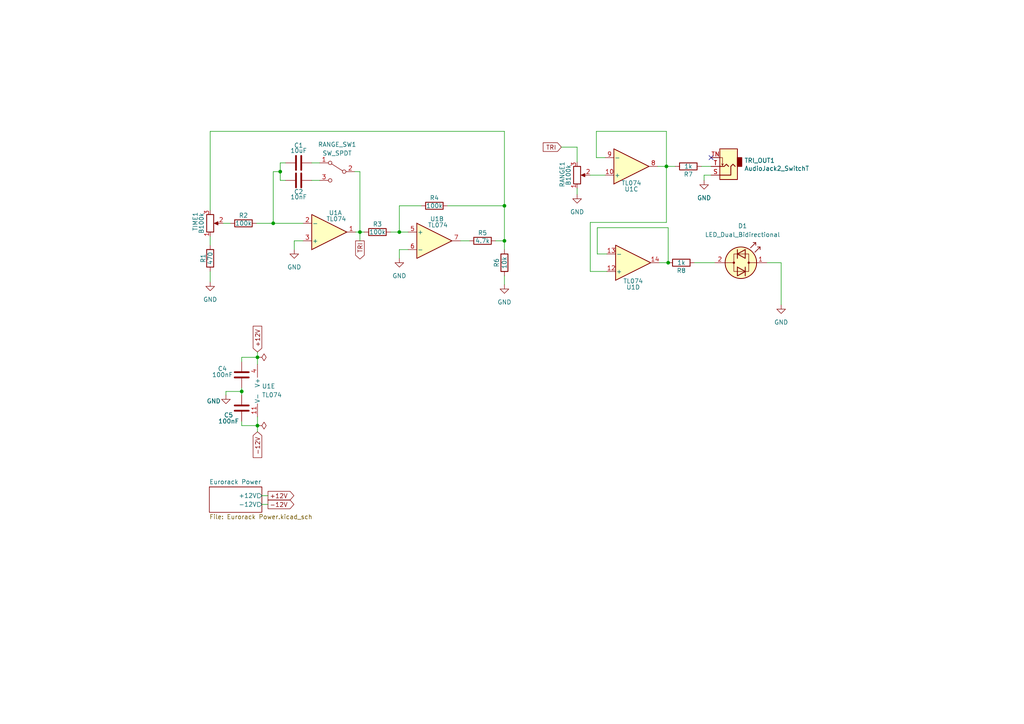
<source format=kicad_sch>
(kicad_sch (version 20211123) (generator eeschema)
  (paper "A4")
  (title_block (title "MiniLFO") (rev "v1.1"))
  (lib_symbols
    (symbol "Amplifier_Operational:TL074" (pin_names (offset 0.127))
      (property "Reference" "U" (at 0 5.08 0))
      (property "Value" "TL074" (at 0 -5.08 0))
      (symbol "TL074_1_1"
        (polyline (pts (xy -5.08 5.08) (xy 5.08 0) (xy -5.08 -5.08) (xy -5.08 5.08)) (stroke (width 0.254)) (fill (type background)))
        (pin output line (at 7.62 0 180) (length 2.54) (name "~") (number "1"))
        (pin input line (at -7.62 -2.54 0) (length 2.54) (name "-") (number "2"))
        (pin input line (at -7.62 2.54 0) (length 2.54) (name "+") (number "3"))
      )
      (symbol "TL074_2_1"
        (polyline (pts (xy -5.08 5.08) (xy 5.08 0) (xy -5.08 -5.08) (xy -5.08 5.08)) (stroke (width 0.254)) (fill (type background)))
        (pin input line (at -7.62 2.54 0) (length 2.54) (name "+") (number "5"))
        (pin input line (at -7.62 -2.54 0) (length 2.54) (name "-") (number "6"))
        (pin output line (at 7.62 0 180) (length 2.54) (name "~") (number "7"))
      )
      (symbol "TL074_3_1"
        (polyline (pts (xy -5.08 5.08) (xy 5.08 0) (xy -5.08 -5.08) (xy -5.08 5.08)) (stroke (width 0.254)) (fill (type background)))
        (pin input line (at -7.62 2.54 0) (length 2.54) (name "+") (number "10"))
        (pin output line (at 7.62 0 180) (length 2.54) (name "~") (number "8"))
        (pin input line (at -7.62 -2.54 0) (length 2.54) (name "-") (number "9"))
      )
      (symbol "TL074_4_1"
        (polyline (pts (xy -5.08 5.08) (xy 5.08 0) (xy -5.08 -5.08) (xy -5.08 5.08)) (stroke (width 0.254)) (fill (type background)))
        (pin input line (at -7.62 2.54 0) (length 2.54) (name "+") (number "12"))
        (pin input line (at -7.62 -2.54 0) (length 2.54) (name "-") (number "13"))
        (pin output line (at 7.62 0 180) (length 2.54) (name "~") (number "14"))
      )
      (symbol "TL074_5_1"
        (pin power_in line (at -2.54 -7.62 90) (length 3.81) (name "V-") (number "11"))
        (pin power_in line (at -2.54 7.62 270) (length 3.81) (name "V+") (number "4"))
      )
    )
    (symbol "Connector:AudioJack2_SwitchT"
      (property "Reference" "J" (at 0 8.89 0))
      (property "Value" "AudioJack2_SwitchT" (at 0 6.35 0))
      (symbol "AudioJack2_SwitchT_0_1"
        (rectangle (start -2.54 0) (end -3.81 -2.54) (stroke (width 0.254)) (fill (type outline)))
        (polyline (pts (xy 1.778 -0.254) (xy 2.032 -0.762)))
        (polyline (pts (xy 0 0) (xy 0.635 -0.635) (xy 1.27 0) (xy 2.54 0)) (stroke (width 0.254)))
        (polyline (pts (xy 2.54 -2.54) (xy 1.778 -2.54) (xy 1.778 -0.254) (xy 1.524 -0.762)))
        (polyline (pts (xy 2.54 2.54) (xy -0.635 2.54) (xy -0.635 0) (xy -1.27 -0.635) (xy -1.905 0)) (stroke (width 0.254)))
        (rectangle (start 2.54 3.81) (end -2.54 -5.08) (stroke (width 0.254)) (fill (type background)))
      )
      (symbol "AudioJack2_SwitchT_1_1"
        (pin passive line (at 5.08 2.54 180) (length 2.54) (name "~") (number "S"))
        (pin passive line (at 5.08 0 180) (length 2.54) (name "~") (number "T"))
        (pin passive line (at 5.08 -2.54 180) (length 2.54) (name "~") (number "TN"))
      )
    )
    (symbol "Device:C" (pin_numbers hide) (pin_names (offset 0.254))
      (property "Reference" "C" (at 0.635 2.54 0))
      (property "Value" "C" (at 0.635 -2.54 0))
      (symbol "C_0_1"
        (polyline (pts (xy -2.032 -0.762) (xy 2.032 -0.762)) (stroke (width 0.508)))
        (polyline (pts (xy -2.032 0.762) (xy 2.032 0.762)) (stroke (width 0.508)))
      )
      (symbol "C_1_1"
        (pin passive line (at 0 3.81 270) (length 2.794) (name "~") (number "1"))
        (pin passive line (at 0 -3.81 90) (length 2.794) (name "~") (number "2"))
      )
    )
    (symbol "Device:LED_Dual_Bidirectional" (pin_names (offset 0) hide)
      (property "Reference" "D" (at 0 5.715 0))
      (property "Value" "LED_Dual_Bidirectional" (at 0 -6.35 0))
      (symbol "LED_Dual_Bidirectional_0_1"
        (circle (center -2.032 0) (radius 0.254) (fill (type outline)))
        (polyline (pts (xy -4.572 0) (xy -2.54 0)))
        (polyline (pts (xy -2.032 0) (xy -2.54 0)))
        (polyline (pts (xy -1.016 3.81) (xy -1.016 1.27)) (stroke (width 0.254)))
        (polyline (pts (xy 1.27 -1.27) (xy 1.27 -3.81)) (stroke (width 0.254)))
        (polyline (pts (xy 4.064 0) (xy 2.286 0)) (fill (type outline)))
        (polyline (pts (xy 4.318 5.842) (xy 4.318 5.08)) (stroke (width 0.2032)))
        (polyline (pts (xy 5.588 4.572) (xy 5.588 3.81)) (stroke (width 0.2032)))
        (polyline (pts (xy 2.794 4.318) (xy 4.318 5.842) (xy 3.556 5.842)) (stroke (width 0.2032)))
        (polyline (pts (xy 4.064 3.048) (xy 5.588 4.572) (xy 4.826 4.572)) (stroke (width 0.2032)))
        (polyline (pts (xy -1.016 -1.27) (xy -1.016 -3.81) (xy 1.27 -2.54) (xy -1.016 -1.27)) (stroke (width 0.254)))
        (polyline (pts (xy 1.27 3.81) (xy 1.27 1.27) (xy -1.016 2.54) (xy 1.27 3.81)) (stroke (width 0.254)))
        (polyline (pts (xy 2.286 2.54) (xy -2.032 2.54) (xy -2.032 -2.54) (xy 2.286 -2.54) (xy 2.286 2.54)))
        (circle (center 0 0) (radius 4.572) (stroke (width 0.254)) (fill (type background)))
        (circle (center 2.286 0) (radius 0.254) (fill (type outline)))
      )
      (symbol "LED_Dual_Bidirectional_1_1"
        (pin input line (at 7.62 0 180) (length 3.81) (name "KA") (number "1"))
        (pin input line (at -7.62 0 0) (length 3.048) (name "AK") (number "2"))
      )
    )
    (symbol "Device:R" (pin_numbers hide) (pin_names (offset 0))
      (property "Reference" "R" (at 2.032 0 90))
      (property "Value" "R" (at 0 0 90))
      (symbol "R_0_1"
        (rectangle (start -1.016 -2.54) (end 1.016 2.54) (stroke (width 0.254)))
      )
      (symbol "R_1_1"
        (pin passive line (at 0 3.81 270) (length 1.27) (name "~") (number "1"))
        (pin passive line (at 0 -3.81 90) (length 1.27) (name "~") (number "2"))
      )
    )
    (symbol "Device:R_Potentiometer" (pin_names (offset 1.016) hide)
      (property "Reference" "RV" (at -4.445 0 90))
      (property "Value" "R_Potentiometer" (at -2.54 0 90))
      (symbol "R_Potentiometer_0_1"
        (polyline (pts (xy 2.54 0) (xy 1.524 0)))
        (polyline (pts (xy 1.143 0) (xy 2.286 0.508) (xy 2.286 -0.508) (xy 1.143 0)) (fill (type outline)))
        (rectangle (start 1.016 2.54) (end -1.016 -2.54) (stroke (width 0.254)))
      )
      (symbol "R_Potentiometer_1_1"
        (pin passive line (at 0 3.81 270) (length 1.27) (name "1") (number "1"))
        (pin passive line (at 3.81 0 180) (length 1.27) (name "2") (number "2"))
        (pin passive line (at 0 -3.81 90) (length 1.27) (name "3") (number "3"))
      )
    )
    (symbol "Switch:SW_SPDT" (pin_names (offset 0) hide)
      (property "Reference" "SW" (at 0 4.318 0))
      (property "Value" "SW_SPDT" (at 0 -5.08 0))
      (symbol "SW_SPDT_0_0"
        (circle (center -2.032 0) (radius 0.508))
        (circle (center 2.032 -2.54) (radius 0.508))
      )
      (symbol "SW_SPDT_0_1"
        (polyline (pts (xy -1.524 0.254) (xy 1.651 2.286)))
        (circle (center 2.032 2.54) (radius 0.508))
      )
      (symbol "SW_SPDT_1_1"
        (pin passive line (at 5.08 2.54 180) (length 2.54) (name "A") (number "1"))
        (pin passive line (at -5.08 0 0) (length 2.54) (name "B") (number "2"))
        (pin passive line (at 5.08 -2.54 180) (length 2.54) (name "C") (number "3"))
      )
    )
    (symbol "power:GND" (power) (pin_names (offset 0))
      (property "Value" "GND" (at 0 -3.81 0))
      (symbol "GND_0_1"
        (polyline (pts (xy 0 0) (xy 0 -1.27) (xy 1.27 -1.27) (xy 0 -2.54) (xy -1.27 -1.27) (xy 0 -1.27)))
      )
      (symbol "GND_1_1"
        (pin power_in line (at 0 0 270) (length 0) hide (name "GND") (number "1"))
      )
    )
    (symbol "power:PWR_FLAG" (power) (pin_numbers hide) (pin_names (offset 0) hide)
      (property "Value" "PWR_FLAG" (at 0 3.81 0))
      (symbol "PWR_FLAG_0_0"
        (pin power_out line (at 0 0 90) (length 0) (name "pwr") (number "1"))
      )
      (symbol "PWR_FLAG_0_1"
        (polyline (pts (xy 0 0) (xy 0 1.27) (xy -1.016 1.905) (xy 0 2.54) (xy 1.016 1.905) (xy 0 1.27)))
      )
    )
  )
  (junction (at 79.248 64.77))
  (junction (at 104.394 67.31))
  (junction (at 74.676 103.632))
  (junction (at 146.304 59.69))
  (junction (at 81.28 49.784))
  (junction (at 146.304 69.85))
  (junction (at 193.294 48.26))
  (junction (at 115.824 67.31))
  (junction (at 193.802 76.2))
  (junction (at 70.104 113.538))
  (junction (at 74.676 123.444))
  (no_connect (at 206.248 45.72))
  (wire (pts (xy 146.304 59.69) (xy 146.304 38.1)))
  (wire (pts (xy 115.824 72.39) (xy 118.364 72.39)))
  (wire (pts (xy 75.946 146.304) (xy 77.724 146.304)))
  (wire (pts (xy 146.304 59.69) (xy 146.304 69.85)))
  (wire (pts (xy 113.284 67.31) (xy 115.824 67.31)))
  (wire (pts (xy 190.754 48.26) (xy 193.294 48.26)))
  (wire (pts (xy 171.196 78.74) (xy 176.022 78.74)))
  (wire (pts (xy 65.532 113.538) (xy 65.532 114.554)))
  (wire (pts (xy 146.304 69.85) (xy 146.304 72.39)))
  (wire (pts (xy 193.802 66.04) (xy 173.228 66.04)))
  (wire (pts (xy 222.504 76.2) (xy 226.568 76.2)))
  (wire (pts (xy 74.676 103.632) (xy 74.676 105.664)))
  (wire (pts (xy 167.386 54.61) (xy 167.386 56.388)))
  (wire (pts (xy 81.28 47.244) (xy 81.28 49.784)))
  (wire (pts (xy 74.422 64.77) (xy 79.248 64.77)))
  (wire (pts (xy 85.344 69.85) (xy 85.344 72.39)))
  (wire (pts (xy 60.96 78.74) (xy 60.96 81.788)))
  (wire (pts (xy 102.87 49.784) (xy 104.394 49.784)))
  (wire (pts (xy 206.248 50.8) (xy 204.216 50.8)))
  (wire (pts (xy 70.104 112.522) (xy 70.104 113.538)))
  (wire (pts (xy 79.248 64.77) (xy 87.884 64.77)))
  (wire (pts (xy 167.386 42.672) (xy 167.386 46.99)))
  (wire (pts (xy 133.604 69.85) (xy 136.144 69.85)))
  (wire (pts (xy 193.294 48.26) (xy 195.834 48.26)))
  (wire (pts (xy 122.174 59.69) (xy 115.824 59.69)))
  (wire (pts (xy 129.794 59.69) (xy 146.304 59.69)))
  (wire (pts (xy 70.104 113.538) (xy 70.104 114.554)))
  (wire (pts (xy 103.124 67.31) (xy 104.394 67.31)))
  (wire (pts (xy 75.946 143.764) (xy 77.724 143.764)))
  (wire (pts (xy 204.216 50.8) (xy 204.216 52.324)))
  (wire (pts (xy 191.262 76.2) (xy 193.802 76.2)))
  (wire (pts (xy 193.294 38.1) (xy 172.974 38.1)))
  (wire (pts (xy 162.814 42.672) (xy 167.386 42.672)))
  (wire (pts (xy 70.104 113.538) (xy 65.532 113.538)))
  (wire (pts (xy 81.28 52.324) (xy 82.804 52.324)))
  (wire (pts (xy 87.884 69.85) (xy 85.344 69.85)))
  (wire (pts (xy 172.974 38.1) (xy 172.974 45.72)))
  (wire (pts (xy 193.802 76.2) (xy 193.802 66.04)))
  (wire (pts (xy 74.676 120.904) (xy 74.676 123.444)))
  (wire (pts (xy 203.454 48.26) (xy 206.248 48.26)))
  (wire (pts (xy 79.248 49.784) (xy 81.28 49.784)))
  (wire (pts (xy 60.96 38.1) (xy 60.96 60.96)))
  (wire (pts (xy 115.824 74.93) (xy 115.824 72.39)))
  (wire (pts (xy 193.294 64.516) (xy 171.196 64.516)))
  (wire (pts (xy 81.28 47.244) (xy 82.804 47.244)))
  (wire (pts (xy 146.304 38.1) (xy 60.96 38.1)))
  (wire (pts (xy 201.422 76.2) (xy 207.264 76.2)))
  (wire (pts (xy 81.28 49.784) (xy 81.28 52.324)))
  (wire (pts (xy 74.676 102.108) (xy 74.676 103.632)))
  (wire (pts (xy 226.568 76.2) (xy 226.568 88.392)))
  (wire (pts (xy 115.824 67.31) (xy 118.364 67.31)))
  (wire (pts (xy 74.676 123.444) (xy 74.676 125.222)))
  (wire (pts (xy 90.424 47.244) (xy 92.71 47.244)))
  (wire (pts (xy 146.304 80.01) (xy 146.304 82.55)))
  (wire (pts (xy 70.104 103.632) (xy 74.676 103.632)))
  (wire (pts (xy 70.104 122.174) (xy 70.104 123.444)))
  (wire (pts (xy 173.228 66.04) (xy 173.228 73.66)))
  (wire (pts (xy 115.824 59.69) (xy 115.824 67.31)))
  (wire (pts (xy 146.304 69.85) (xy 143.764 69.85)))
  (wire (pts (xy 104.394 67.31) (xy 105.664 67.31)))
  (wire (pts (xy 70.104 123.444) (xy 74.676 123.444)))
  (wire (pts (xy 60.96 68.58) (xy 60.96 71.12)))
  (wire (pts (xy 173.228 73.66) (xy 176.022 73.66)))
  (wire (pts (xy 64.77 64.77) (xy 66.802 64.77)))
  (wire (pts (xy 172.974 45.72) (xy 175.514 45.72)))
  (wire (pts (xy 104.394 67.31) (xy 104.394 69.85)))
  (wire (pts (xy 79.248 49.784) (xy 79.248 64.77)))
  (wire (pts (xy 70.104 104.902) (xy 70.104 103.632)))
  (wire (pts (xy 104.394 49.784) (xy 104.394 67.31)))
  (wire (pts (xy 90.424 52.324) (xy 92.71 52.324)))
  (wire (pts (xy 171.196 64.516) (xy 171.196 78.74)))
  (wire (pts (xy 193.294 48.26) (xy 193.294 38.1)))
  (wire (pts (xy 193.294 48.26) (xy 193.294 64.516)))
  (wire (pts (xy 171.196 50.8) (xy 175.514 50.8)))
  (global_label "+12V" (shape output) (at 77.724 143.764 0) (property "Intersheet References" "${INTERSHEET_REFS}" (effects hide)))
  (global_label "TRI" (shape output) (at 104.394 69.85 270) (property "Intersheet References" "${INTERSHEET_REFS}" (effects hide)))
  (global_label "+12V" (shape input) (at 74.676 102.108 90) (property "Intersheet References" "${INTERSHEET_REFS}" (effects hide)))
  (global_label "-12V" (shape input) (at 74.676 125.222 270) (property "Intersheet References" "${INTERSHEET_REFS}" (effects hide)))
  (global_label "TRI" (shape input) (at 162.814 42.672 180) (property "Intersheet References" "${INTERSHEET_REFS}" (effects hide)))
  (global_label "-12V" (shape output) (at 77.724 146.304 0) (property "Intersheet References" "${INTERSHEET_REFS}" (effects hide)))
  (symbol (lib_id "power:GND") (at 146.304 82.55 0) (unit 1)
    (property "Reference" "#PWR04" (effects hide))
    (property "Value" "GND" (at 146.304 87.63 0))
  )
  (symbol (lib_id "power:PWR_FLAG") (at 74.676 123.444 270) (unit 1)
    (property "Reference" "#FLG0102" (effects hide))
    (property "Value" "PWR_FLAG" (effects hide))
  )
  (symbol (lib_id "Device:R") (at 109.474 67.31 90) (unit 1)
    (property "Reference" "R3" (at 109.474 65.024 90))
    (property "Value" "100k" (at 109.474 67.31 90))
    (property "Footprint" "Resistor_SMD:R_0603_1608Metric_Pad0.98x0.95mm_HandSolder" (effects hide))
  )
  (symbol (lib_id "Amplifier_Operational:TL074") (at 183.642 76.2 0) (mirror x) (unit 4)
    (property "Reference" "U1" (at 183.642 83.312 0))
    (property "Value" "TL074" (at 183.642 81.534 0))
    (property "Footprint" "Package_SO:SOIC-14_3.9x8.7mm_P1.27mm" (effects hide))
    (property "Datasheet" "http://www.ti.com/lit/ds/symlink/tl071.pdf" (effects hide))
  )
  (symbol (lib_id "power:GND") (at 204.216 52.324 0) (unit 1)
    (property "Reference" "#PWR05" (effects hide))
    (property "Value" "GND" (at 204.216 57.404 0))
  )
  (symbol (lib_id "Device:R") (at 146.304 76.2 180) (unit 1)
    (property "Reference" "R6" (at 144.018 76.2 90))
    (property "Value" "10k" (at 146.304 76.2 90))
    (property "Footprint" "Resistor_SMD:R_0603_1608Metric_Pad0.98x0.95mm_HandSolder" (effects hide))
  )
  (symbol (lib_id "power:GND") (at 115.824 74.93 0) (unit 1)
    (property "Reference" "#PWR03" (effects hide))
    (property "Value" "GND" (at 115.824 80.01 0))
  )
  (symbol (lib_id "Device:R") (at 139.954 69.85 90) (unit 1)
    (property "Reference" "R5" (at 139.954 67.564 90))
    (property "Value" "4.7k" (at 139.954 69.85 90))
    (property "Footprint" "Resistor_SMD:R_0603_1608Metric_Pad0.98x0.95mm_HandSolder" (effects hide))
  )
  (symbol (lib_id "power:GND") (at 85.344 72.39 0) (unit 1)
    (property "Reference" "#PWR02" (effects hide))
    (property "Value" "GND" (at 85.344 77.47 0))
  )
  (symbol (lib_id "Device:R_Potentiometer") (at 167.386 50.8 0) (mirror x) (unit 1)
    (property "Reference" "RANGE1" (at 163.068 54.356 90) (effects (justify right)))
    (property "Value" "B100k" (at 164.846 53.848 90) (effects (justify right)))
    (property "Footprint" "benjiaomodular:Potentiometer_RV09" (effects hide))
  )
  (symbol (lib_id "Device:R") (at 125.984 59.69 90) (unit 1)
    (property "Reference" "R4" (at 125.984 57.404 90))
    (property "Value" "100k" (at 125.984 59.69 90))
    (property "Footprint" "Resistor_SMD:R_0603_1608Metric_Pad0.98x0.95mm_HandSolder" (effects hide))
  )
  (symbol (lib_id "Switch:SW_SPDT") (at 97.79 49.784 0) (mirror y) (unit 1)
    (property "Reference" "RANGE_SW1" (at 97.79 41.91 0))
    (property "Value" "SW_SPDT" (at 97.79 44.45 0))
    (property "Footprint" "benjiaomodular:ToggleSwitch_MTS-102_SPDT" (effects hide))
  )
  (symbol (lib_id "Amplifier_Operational:TL074") (at 125.984 69.85 0) (unit 2)
    (property "Reference" "U1" (at 126.746 63.5 0))
    (property "Value" "TL074" (at 127 65.278 0))
    (property "Footprint" "Package_SO:SOIC-14_3.9x8.7mm_P1.27mm" (effects hide))
    (property "Datasheet" "http://www.ti.com/lit/ds/symlink/tl071.pdf" (effects hide))
  )
  (symbol (lib_id "Device:C") (at 70.104 108.712 180) (unit 1)
    (property "Reference" "C4" (at 64.516 106.934 0))
    (property "Value" "100nF" (at 64.516 108.712 0))
    (property "Footprint" "Capacitor_SMD:C_0603_1608Metric_Pad1.08x0.95mm_HandSolder" (effects hide))
  )
  (symbol (lib_id "power:GND") (at 60.96 81.788 0) (unit 1)
    (property "Reference" "#PWR01" (effects hide))
    (property "Value" "GND" (at 60.96 86.868 0))
  )
  (symbol (lib_id "Device:R_Potentiometer") (at 60.96 64.77 0) (mirror x) (unit 1)
    (property "Reference" "TIME1" (at 56.642 67.056 90) (effects (justify right)))
    (property "Value" "B100k" (at 58.42 67.818 90) (effects (justify right)))
    (property "Footprint" "benjiaomodular:Potentiometer_RV09" (effects hide))
  )
  (symbol (lib_id "Device:R") (at 60.96 74.93 0) (unit 1)
    (property "Reference" "R1" (at 58.928 74.93 90))
    (property "Value" "470" (at 60.96 74.93 90))
    (property "Footprint" "Resistor_SMD:R_0603_1608Metric_Pad0.98x0.95mm_HandSolder" (effects hide))
  )
  (symbol (lib_id "Device:C") (at 86.614 47.244 90) (unit 1)
    (property "Reference" "C1" (at 86.614 42.164 90))
    (property "Value" "10uF" (at 86.614 43.688 90))
    (property "Footprint" "benjiaomodular:Capacitor_Radial_D5.0mm_P2.5mm" (effects hide))
  )
  (symbol (lib_id "Device:R") (at 70.612 64.77 90) (unit 1)
    (property "Reference" "R2" (at 70.612 62.484 90))
    (property "Value" "100k" (at 70.612 64.77 90))
    (property "Footprint" "Resistor_SMD:R_0603_1608Metric_Pad0.98x0.95mm_HandSolder" (effects hide))
  )
  (symbol (lib_id "power:GND") (at 226.568 88.392 0) (unit 1)
    (property "Reference" "#PWR0105" (effects hide))
    (property "Value" "GND" (at 226.568 93.472 0))
  )
  (symbol (lib_id "Amplifier_Operational:TL074") (at 183.134 48.26 0) (mirror x) (unit 3)
    (property "Reference" "U1" (at 183.134 54.864 0))
    (property "Value" "TL074" (at 183.134 53.086 0))
    (property "Footprint" "Package_SO:SOIC-14_3.9x8.7mm_P1.27mm" (effects hide))
    (property "Datasheet" "http://www.ti.com/lit/ds/symlink/tl071.pdf" (effects hide))
  )
  (symbol (lib_id "Amplifier_Operational:TL074") (at 77.216 113.284 0) (unit 5)
    (property "Reference" "U1" (at 75.946 112.0139 0) (effects (justify left)))
    (property "Value" "TL074" (at 75.946 114.5539 0) (effects (justify left)))
    (property "Footprint" "Package_SO:SOIC-14_3.9x8.7mm_P1.27mm" (effects hide))
    (property "Datasheet" "http://www.ti.com/lit/ds/symlink/tl071.pdf" (effects hide))
  )
  (symbol (lib_id "power:GND") (at 167.386 56.388 0) (unit 1)
    (property "Reference" "#PWR0101" (effects hide))
    (property "Value" "GND" (at 167.386 61.468 0))
  )
  (symbol (lib_id "Device:R") (at 199.644 48.26 270) (unit 1)
    (property "Reference" "R7" (at 199.644 50.546 90))
    (property "Value" "1k" (at 199.644 48.26 90))
    (property "Footprint" "Resistor_SMD:R_0603_1608Metric_Pad0.98x0.95mm_HandSolder" (effects hide))
  )
  (symbol (lib_id "Device:R") (at 197.612 76.2 270) (unit 1)
    (property "Reference" "R8" (at 197.612 78.486 90))
    (property "Value" "1k" (at 197.612 76.2 90))
    (property "Footprint" "Resistor_SMD:R_0603_1608Metric_Pad0.98x0.95mm_HandSolder" (effects hide))
  )
  (symbol (lib_id "Amplifier_Operational:TL074") (at 95.504 67.31 0) (mirror x) (unit 1)
    (property "Reference" "U1" (at 97.282 61.722 0))
    (property "Value" "TL074" (at 97.536 63.5 0))
    (property "Footprint" "Package_SO:SOIC-14_3.9x8.7mm_P1.27mm" (effects hide))
    (property "Datasheet" "http://www.ti.com/lit/ds/symlink/tl071.pdf" (effects hide))
  )
  (symbol (lib_id "Device:LED_Dual_Bidirectional") (at 214.884 76.2 0) (unit 1)
    (property "Reference" "D1" (at 215.3793 65.532 0))
    (property "Value" "LED_Dual_Bidirectional" (at 215.3793 68.072 0))
    (property "Footprint" "LED_THT:LED_D3.0mm" (effects hide))
  )
  (symbol (lib_id "Connector:AudioJack2_SwitchT") (at 211.328 48.26 180) (unit 1)
    (property "Reference" "TRI_OUT1" (at 215.8746 46.5582 0) (effects (justify right)))
    (property "Value" "AudioJack2_SwitchT" (at 215.8746 48.8696 0) (effects (justify right)))
    (property "Footprint" "benjiaomodular:AudioJack_3.5mm" (effects hide))
    (property "Type" "Thru-hole" (effects hide))
    (property "Manufacturers Name" "Tayda Electronics" (effects hide))
    (property "Manufacturers Part Number" "PJ-3001F" (effects hide))
    (property "Mfg #" "PJ-3001F" (effects hide))
    (property "Part Description" "PJ-3001F 3.5mm Mono Phone Jack" (effects hide))
  )
  (symbol (lib_id "power:GND") (at 65.532 114.554 0) (unit 1)
    (property "Reference" "#PWR07" (effects hide))
    (property "Value" "GND" (at 61.976 116.332 0))
  )
  (symbol (lib_id "Device:C") (at 70.104 118.364 180) (unit 1)
    (property "Reference" "C5" (at 66.294 120.396 0))
    (property "Value" "100nF" (at 66.294 122.174 0))
    (property "Footprint" "Capacitor_SMD:C_0603_1608Metric_Pad1.08x0.95mm_HandSolder" (effects hide))
  )
  (symbol (lib_id "power:PWR_FLAG") (at 74.676 103.632 270) (unit 1)
    (property "Reference" "#FLG0101" (effects hide))
    (property "Value" "PWR_FLAG" (effects hide))
  )
  (symbol (lib_id "Device:C") (at 86.614 52.324 90) (unit 1)
    (property "Reference" "C2" (at 86.614 55.626 90))
    (property "Value" "10nF" (at 86.614 57.15 90))
    (property "Footprint" "benjiaomodular:Capacitor_Rect_L7.2mm_W2.5mm_P5.00mm" (effects hide))
  )
  (sheet (at 60.706 141.224) (size 15.24 7.366) (stroke (width 0.1524))
    (property "Sheet name" "Eurorack Power" (at 60.706 140.5124 0) (effects (justify left bottom)))
    (property "Sheet file" "Eurorack Power.kicad_sch" (at 60.706 149.1746 0) (effects (justify left top)))
    (pin "+12V" output (at 75.946 143.764 0))
    (pin "-12V" output (at 75.946 146.304 0))
  )
)
</source>
